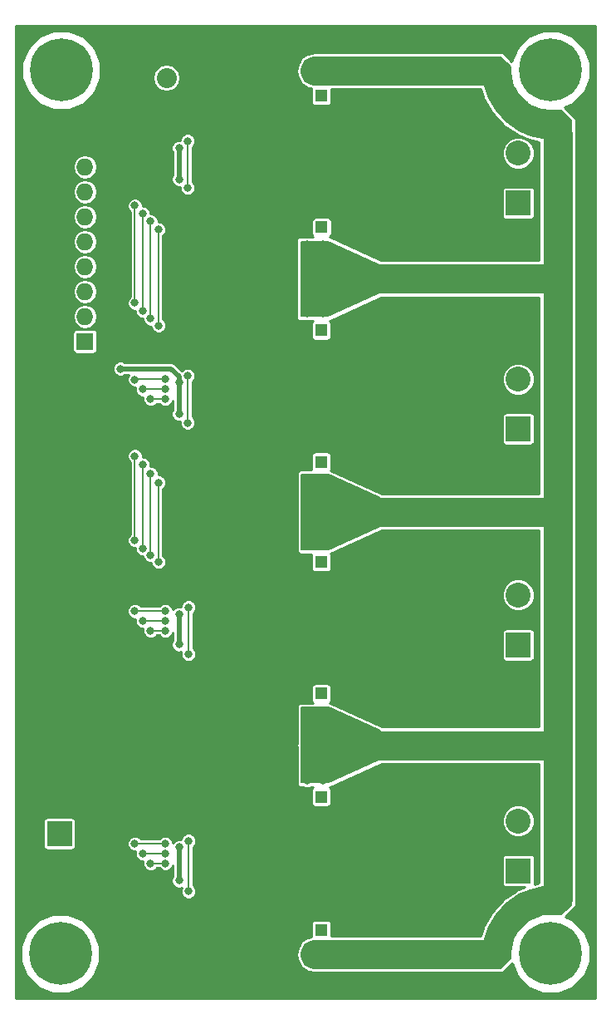
<source format=gbr>
G04 #@! TF.FileFunction,Copper,L2,Bot,Signal*
%FSLAX46Y46*%
G04 Gerber Fmt 4.6, Leading zero omitted, Abs format (unit mm)*
G04 Created by KiCad (PCBNEW 4.0.2-stable) date 06.12.2016 23:46:42*
%MOMM*%
G01*
G04 APERTURE LIST*
%ADD10C,0.100000*%
%ADD11C,0.800000*%
%ADD12C,6.400000*%
%ADD13C,0.600000*%
%ADD14C,1.300000*%
%ADD15R,1.300000X1.300000*%
%ADD16R,2.540000X2.540000*%
%ADD17C,2.540000*%
%ADD18R,1.727200X1.727200*%
%ADD19O,1.727200X1.727200*%
%ADD20R,2.032000X2.032000*%
%ADD21O,2.032000X2.032000*%
%ADD22C,0.500000*%
%ADD23C,3.000000*%
%ADD24C,0.200000*%
%ADD25C,0.254000*%
G04 APERTURE END LIST*
D10*
D11*
X119100000Y-64300000D03*
X119100000Y-88200000D03*
X119050000Y-111800000D03*
X119100000Y-135800000D03*
X104600000Y-142200000D03*
X104200000Y-94600000D03*
D12*
X140000000Y-145000000D03*
D13*
X142400000Y-145000000D03*
X141697056Y-146697056D03*
X140000000Y-147400000D03*
X138302944Y-146697056D03*
X137600000Y-145000000D03*
X138302944Y-143302944D03*
X140000000Y-142600000D03*
X141697056Y-143302944D03*
D12*
X90000000Y-145000000D03*
D13*
X92400000Y-145000000D03*
X91697056Y-146697056D03*
X90000000Y-147400000D03*
X88302944Y-146697056D03*
X87600000Y-145000000D03*
X88302944Y-143302944D03*
X90000000Y-142600000D03*
X91697056Y-143302944D03*
D12*
X140000000Y-55000000D03*
D13*
X142400000Y-55000000D03*
X141697056Y-56697056D03*
X140000000Y-57400000D03*
X138302944Y-56697056D03*
X137600000Y-55000000D03*
X138302944Y-53302944D03*
X140000000Y-52600000D03*
X141697056Y-53302944D03*
D11*
X97800000Y-58600000D03*
X104400000Y-105200000D03*
X107500000Y-103200000D03*
X107500000Y-100000000D03*
X107500000Y-96950000D03*
X98000000Y-65000000D03*
X100000000Y-63000000D03*
X96500000Y-67500000D03*
X96500000Y-71000000D03*
X96500000Y-80000000D03*
X96500000Y-83000000D03*
X104000000Y-117000000D03*
X104000000Y-120000000D03*
X104000000Y-123000000D03*
X104000000Y-129000000D03*
X104000000Y-126000000D03*
X104000000Y-80000000D03*
X104000000Y-77000000D03*
X104000000Y-71000000D03*
X101000000Y-67500000D03*
X101000000Y-71000000D03*
X101000000Y-74000000D03*
X105550000Y-137800000D03*
X99000000Y-137500000D03*
X97000000Y-135000000D03*
X96500000Y-104500000D03*
X96500000Y-108000000D03*
X96500000Y-111000000D03*
X105600000Y-113850000D03*
X110300000Y-96950000D03*
X105600000Y-90200000D03*
X105600000Y-66300000D03*
X96500000Y-132000000D03*
X96500000Y-114000000D03*
X96500000Y-123000000D03*
X96500000Y-126000000D03*
X96500000Y-129000000D03*
X96500000Y-120000000D03*
X96500000Y-117000000D03*
X101000000Y-77000000D03*
X101000000Y-80000000D03*
X101000000Y-83000000D03*
X101000000Y-90000000D03*
X101000000Y-93000000D03*
X101000000Y-96000000D03*
X101000000Y-104500000D03*
X101000000Y-108000000D03*
X101000000Y-132000000D03*
X101000000Y-129000000D03*
X101000000Y-126000000D03*
X101000000Y-123000000D03*
X101000000Y-120000000D03*
X101000000Y-117000000D03*
X101000000Y-114000000D03*
X109800000Y-142200000D03*
X109800000Y-118200000D03*
X109800000Y-94600000D03*
X109800000Y-70700000D03*
X116750000Y-100800000D03*
X115150000Y-99200000D03*
X115150000Y-100800000D03*
X116750000Y-99200000D03*
X115950000Y-100000000D03*
X113500000Y-134800000D03*
X111500000Y-135800000D03*
X111500000Y-134800000D03*
X112500000Y-134800000D03*
X115150000Y-127350000D03*
X116750000Y-127350000D03*
X116750000Y-125750000D03*
X115150000Y-125750000D03*
X115950000Y-126550000D03*
X113400000Y-129300000D03*
X113500000Y-136800000D03*
X112500000Y-135800000D03*
X113500000Y-135800000D03*
X111500000Y-136800000D03*
X112500000Y-136800000D03*
X116800000Y-135300000D03*
X129150000Y-135800000D03*
X132850000Y-135800000D03*
X116800000Y-136250000D03*
X113400000Y-142200000D03*
X116750000Y-145850000D03*
X115150000Y-144250000D03*
X115150000Y-145850000D03*
X115950000Y-145050000D03*
X116750000Y-144250000D03*
X132850000Y-111800000D03*
X129150000Y-111800000D03*
X116800000Y-112250000D03*
X116800000Y-111300000D03*
X113400000Y-118200000D03*
X112500000Y-112800000D03*
X112500000Y-111800000D03*
X111500000Y-112800000D03*
X111500000Y-111800000D03*
X113500000Y-111800000D03*
X112500000Y-110800000D03*
X111500000Y-110800000D03*
X113500000Y-112800000D03*
X115950000Y-102550000D03*
X116750000Y-103350000D03*
X115150000Y-101750000D03*
X116750000Y-101750000D03*
X115950000Y-121050000D03*
X116750000Y-121850000D03*
X115150000Y-121850000D03*
X115150000Y-120250000D03*
X116750000Y-120250000D03*
X113400000Y-105300000D03*
X113500000Y-110800000D03*
X115150000Y-103350000D03*
X113400000Y-94600000D03*
X113400000Y-81700000D03*
X113400000Y-57900000D03*
X113400000Y-70700000D03*
X132850000Y-88200000D03*
X115950000Y-78950000D03*
X116750000Y-78150000D03*
X115150000Y-78150000D03*
X129150000Y-88200000D03*
X116750000Y-79750000D03*
X116800000Y-87700000D03*
X116800000Y-88650000D03*
X115150000Y-79750000D03*
X112500000Y-87200000D03*
X113500000Y-87200000D03*
X112500000Y-89200000D03*
X113500000Y-89200000D03*
X111500000Y-89200000D03*
X115950000Y-97450000D03*
X116750000Y-96650000D03*
X115150000Y-98250000D03*
X115150000Y-96650000D03*
X116750000Y-98250000D03*
X111500000Y-87200000D03*
X111500000Y-88200000D03*
X112500000Y-88200000D03*
X113500000Y-88200000D03*
X115950000Y-73550000D03*
X115150000Y-72750000D03*
X116750000Y-74350000D03*
X115150000Y-74350000D03*
X116750000Y-72750000D03*
D12*
X90100000Y-55000000D03*
D13*
X92500000Y-55000000D03*
X91797056Y-56697056D03*
X90100000Y-57400000D03*
X88402944Y-56697056D03*
X87700000Y-55000000D03*
X88402944Y-53302944D03*
X90100000Y-52600000D03*
X91797056Y-53302944D03*
D11*
X129150000Y-64300000D03*
X132850000Y-64300000D03*
X115950000Y-55050000D03*
X116750000Y-55850000D03*
X115150000Y-55850000D03*
X116750000Y-54250000D03*
X115150000Y-54250000D03*
X89600000Y-94825000D03*
X93450000Y-93575000D03*
X94700000Y-93575000D03*
X95950000Y-93575000D03*
D14*
X120150000Y-71000000D03*
D15*
X116650000Y-71000000D03*
D11*
X116800000Y-64750000D03*
X116800000Y-63800000D03*
X113500000Y-64300000D03*
X113500000Y-63300000D03*
X113500000Y-65300000D03*
X112500000Y-64300000D03*
X112500000Y-63300000D03*
X112500000Y-65300000D03*
X111500000Y-65300000D03*
X111500000Y-64300000D03*
D14*
X120100000Y-57600000D03*
D15*
X116600000Y-57600000D03*
D16*
X89900000Y-132760000D03*
D17*
X89900000Y-137840000D03*
D18*
X92500000Y-82620000D03*
D19*
X89960000Y-82620000D03*
X92500000Y-80080000D03*
X89960000Y-80080000D03*
X92500000Y-77540000D03*
X89960000Y-77540000D03*
X92500000Y-75000000D03*
X89960000Y-75000000D03*
X92500000Y-72460000D03*
X89960000Y-72460000D03*
X92500000Y-69920000D03*
X89960000Y-69920000D03*
X92500000Y-67380000D03*
X89960000Y-67380000D03*
X92500000Y-64840000D03*
X89960000Y-64840000D03*
D16*
X136700000Y-68540000D03*
D17*
X136700000Y-63460000D03*
D11*
X111500000Y-63300000D03*
D14*
X120100000Y-81500000D03*
D15*
X116600000Y-81500000D03*
D14*
X120100000Y-94900000D03*
D15*
X116600000Y-94900000D03*
D16*
X136700000Y-91540000D03*
D17*
X136700000Y-86460000D03*
D14*
X120100000Y-105100000D03*
D15*
X116600000Y-105100000D03*
D14*
X120100000Y-118500000D03*
D15*
X116600000Y-118500000D03*
D16*
X136700000Y-113540000D03*
D17*
X136700000Y-108460000D03*
D14*
X120100000Y-129000000D03*
D15*
X116600000Y-129000000D03*
D14*
X120100000Y-142600000D03*
D15*
X116600000Y-142600000D03*
D16*
X136700000Y-136540000D03*
D17*
X136700000Y-131460000D03*
D20*
X98300000Y-55775000D03*
D21*
X100840000Y-55775000D03*
D11*
X102100000Y-137550000D03*
X102100000Y-134150000D03*
X102100000Y-110400000D03*
X96100000Y-85400000D03*
X102100000Y-86800000D03*
X102100000Y-62900000D03*
X102100000Y-66100000D03*
X102100000Y-113500010D03*
X102100000Y-90000000D03*
X100000000Y-105100000D03*
X100000000Y-97000000D03*
X100000000Y-81000000D03*
X100000000Y-71200000D03*
X97600000Y-133800000D03*
X100700010Y-133780220D03*
X97600000Y-110100000D03*
X100700010Y-110083055D03*
X97600000Y-102900000D03*
X97600000Y-94300000D03*
X97600000Y-86500000D03*
X100700010Y-86479686D03*
X97600000Y-78700000D03*
X97600000Y-68800000D03*
X99200000Y-135800000D03*
X100719987Y-135780023D03*
X99200000Y-112100000D03*
X100700010Y-112083057D03*
X99200000Y-104400000D03*
X99200000Y-96100000D03*
X99200000Y-88500000D03*
X100700010Y-88479688D03*
X99200000Y-80300000D03*
X99200000Y-70400000D03*
X98400000Y-134800000D03*
X100700010Y-134780221D03*
X98400000Y-111100000D03*
X100700010Y-111083056D03*
X98400000Y-103700000D03*
X98400000Y-95200000D03*
X98400000Y-87500000D03*
X100700010Y-87479687D03*
X98400000Y-79500000D03*
X98400000Y-69600000D03*
X103050000Y-138650000D03*
X103050000Y-133500000D03*
X103050000Y-114500000D03*
X103050000Y-109699990D03*
X103000000Y-90900000D03*
X103000000Y-86099990D03*
X103000000Y-67000000D03*
X103000000Y-62200000D03*
D22*
X102100000Y-134150000D02*
X102100000Y-137550000D01*
X102100000Y-90000000D02*
X102100000Y-86800000D01*
X102100000Y-113500010D02*
X102100000Y-110400000D01*
X97600000Y-85400000D02*
X96100000Y-85400000D01*
X101265685Y-85400000D02*
X97600000Y-85400000D01*
X102100000Y-86800000D02*
X102100000Y-86234315D01*
X102100000Y-86234315D02*
X101265685Y-85400000D01*
X102100000Y-63399990D02*
X102100000Y-62900000D01*
X102100000Y-66100000D02*
X102100000Y-63399990D01*
D23*
X116190000Y-99990000D02*
X140690000Y-99990000D01*
X140690000Y-99990000D02*
X140700000Y-100000000D01*
X140700000Y-132950000D02*
X140700000Y-139400000D01*
X140700000Y-123750000D02*
X140700000Y-132950000D01*
X140700000Y-63064398D02*
X140700000Y-76300000D01*
X140700000Y-61600000D02*
X140700000Y-63064398D01*
X140700000Y-123750000D02*
X140700000Y-100000000D01*
X115950000Y-123750000D02*
X140700000Y-123750000D01*
X115950000Y-76250000D02*
X140650000Y-76250000D01*
X140650000Y-76250000D02*
X140700000Y-76300000D01*
X140700000Y-76300000D02*
X140700000Y-100000000D01*
X130450000Y-145050000D02*
X134300000Y-145050000D01*
X115950000Y-55050000D02*
X134150000Y-55050000D01*
X115950000Y-145050000D02*
X130450000Y-145050000D01*
D24*
X100000000Y-97000000D02*
X100000000Y-105100000D01*
X100000000Y-71200000D02*
X100000000Y-81000000D01*
X100700010Y-133780220D02*
X97619780Y-133780220D01*
X97619780Y-133780220D02*
X97600000Y-133800000D01*
X100700010Y-110083055D02*
X97616945Y-110083055D01*
X97616945Y-110083055D02*
X97600000Y-110100000D01*
X97600000Y-94300000D02*
X97600000Y-102900000D01*
X100700010Y-86479686D02*
X97620314Y-86479686D01*
X97620314Y-86479686D02*
X97600000Y-86500000D01*
X97600000Y-68800000D02*
X97600000Y-78700000D01*
X100719987Y-135780023D02*
X99219977Y-135780023D01*
X99219977Y-135780023D02*
X99200000Y-135800000D01*
X100700010Y-112083057D02*
X99216943Y-112083057D01*
X99216943Y-112083057D02*
X99200000Y-112100000D01*
X99200000Y-104400000D02*
X99200000Y-96100000D01*
X100700010Y-88479688D02*
X99220312Y-88479688D01*
X99220312Y-88479688D02*
X99200000Y-88500000D01*
X99200000Y-70400000D02*
X99200000Y-80300000D01*
X100700010Y-134780221D02*
X98419779Y-134780221D01*
X98419779Y-134780221D02*
X98400000Y-134800000D01*
X100700010Y-111083056D02*
X98416944Y-111083056D01*
X98416944Y-111083056D02*
X98400000Y-111100000D01*
X98400000Y-95200000D02*
X98400000Y-103700000D01*
X100700010Y-87479687D02*
X98420313Y-87479687D01*
X98420313Y-87479687D02*
X98400000Y-87500000D01*
X98400000Y-69600000D02*
X98400000Y-79500000D01*
X103050000Y-114500000D02*
X103050000Y-113934315D01*
X103050000Y-113934315D02*
X103050000Y-109699990D01*
X103050000Y-133500000D02*
X103050000Y-138650000D01*
X103000000Y-86099990D02*
X103000000Y-90900000D01*
X103000000Y-62200000D02*
X103000000Y-67000000D01*
D25*
G36*
X144544000Y-149544000D02*
X85456000Y-149544000D01*
X85456000Y-145797506D01*
X85972302Y-145797506D01*
X86584085Y-147278132D01*
X87715909Y-148411934D01*
X89195466Y-149026300D01*
X90797506Y-149027698D01*
X92278132Y-148415915D01*
X93411934Y-147284091D01*
X94026300Y-145804534D01*
X94027698Y-144202494D01*
X93415915Y-142721868D01*
X92284091Y-141588066D01*
X90804534Y-140973700D01*
X89202494Y-140972302D01*
X87721868Y-141584085D01*
X86588066Y-142715909D01*
X85973700Y-144195466D01*
X85972302Y-145797506D01*
X85456000Y-145797506D01*
X85456000Y-131490000D01*
X88241536Y-131490000D01*
X88241536Y-134030000D01*
X88268103Y-134171190D01*
X88351546Y-134300865D01*
X88478866Y-134387859D01*
X88630000Y-134418464D01*
X91170000Y-134418464D01*
X91311190Y-134391897D01*
X91440865Y-134308454D01*
X91527859Y-134181134D01*
X91558464Y-134030000D01*
X91558464Y-133954669D01*
X96818864Y-133954669D01*
X96937514Y-134241823D01*
X97157021Y-134461714D01*
X97443968Y-134580864D01*
X97645266Y-134581040D01*
X97619136Y-134643968D01*
X97618864Y-134954669D01*
X97737514Y-135241823D01*
X97957021Y-135461714D01*
X98243968Y-135580864D01*
X98445266Y-135581040D01*
X98419136Y-135643968D01*
X98418864Y-135954669D01*
X98537514Y-136241823D01*
X98757021Y-136461714D01*
X99043968Y-136580864D01*
X99354669Y-136581136D01*
X99641823Y-136462486D01*
X99843638Y-136261023D01*
X100096610Y-136261023D01*
X100277008Y-136441737D01*
X100563955Y-136560887D01*
X100874656Y-136561159D01*
X101161810Y-136442509D01*
X101381701Y-136223002D01*
X101469000Y-136012761D01*
X101469000Y-137076361D01*
X101438286Y-137107021D01*
X101319136Y-137393968D01*
X101318864Y-137704669D01*
X101437514Y-137991823D01*
X101657021Y-138211714D01*
X101943968Y-138330864D01*
X102254669Y-138331136D01*
X102353749Y-138290197D01*
X102269136Y-138493968D01*
X102268864Y-138804669D01*
X102387514Y-139091823D01*
X102607021Y-139311714D01*
X102893968Y-139430864D01*
X103204669Y-139431136D01*
X103491823Y-139312486D01*
X103711714Y-139092979D01*
X103830864Y-138806032D01*
X103831136Y-138495331D01*
X103712486Y-138208177D01*
X103531000Y-138026374D01*
X103531000Y-134123377D01*
X103711714Y-133942979D01*
X103830864Y-133656032D01*
X103831136Y-133345331D01*
X103712486Y-133058177D01*
X103492979Y-132838286D01*
X103206032Y-132719136D01*
X102895331Y-132718864D01*
X102608177Y-132837514D01*
X102388286Y-133057021D01*
X102269136Y-133343968D01*
X102269109Y-133374566D01*
X102256032Y-133369136D01*
X101945331Y-133368864D01*
X101658177Y-133487514D01*
X101481112Y-133664270D01*
X101481146Y-133625551D01*
X101362496Y-133338397D01*
X101142989Y-133118506D01*
X100856042Y-132999356D01*
X100545341Y-132999084D01*
X100258187Y-133117734D01*
X100076384Y-133299220D01*
X98203632Y-133299220D01*
X98042979Y-133138286D01*
X97756032Y-133019136D01*
X97445331Y-133018864D01*
X97158177Y-133137514D01*
X96938286Y-133357021D01*
X96819136Y-133643968D01*
X96818864Y-133954669D01*
X91558464Y-133954669D01*
X91558464Y-131786963D01*
X135048714Y-131786963D01*
X135299534Y-132393995D01*
X135763563Y-132858834D01*
X136370155Y-133110713D01*
X137026963Y-133111286D01*
X137633995Y-132860466D01*
X138098834Y-132396437D01*
X138350713Y-131789845D01*
X138351286Y-131133037D01*
X138100466Y-130526005D01*
X137636437Y-130061166D01*
X137029845Y-129809287D01*
X136373037Y-129808714D01*
X135766005Y-130059534D01*
X135301166Y-130523563D01*
X135049287Y-131130155D01*
X135048714Y-131786963D01*
X91558464Y-131786963D01*
X91558464Y-131490000D01*
X91531897Y-131348810D01*
X91448454Y-131219135D01*
X91321134Y-131132141D01*
X91170000Y-131101536D01*
X88630000Y-131101536D01*
X88488810Y-131128103D01*
X88359135Y-131211546D01*
X88272141Y-131338866D01*
X88241536Y-131490000D01*
X85456000Y-131490000D01*
X85456000Y-110254669D01*
X96818864Y-110254669D01*
X96937514Y-110541823D01*
X97157021Y-110761714D01*
X97443968Y-110880864D01*
X97645266Y-110881040D01*
X97619136Y-110943968D01*
X97618864Y-111254669D01*
X97737514Y-111541823D01*
X97957021Y-111761714D01*
X98243968Y-111880864D01*
X98445266Y-111881040D01*
X98419136Y-111943968D01*
X98418864Y-112254669D01*
X98537514Y-112541823D01*
X98757021Y-112761714D01*
X99043968Y-112880864D01*
X99354669Y-112881136D01*
X99641823Y-112762486D01*
X99840599Y-112564057D01*
X100076633Y-112564057D01*
X100257031Y-112744771D01*
X100543978Y-112863921D01*
X100854679Y-112864193D01*
X101141833Y-112745543D01*
X101361724Y-112526036D01*
X101469000Y-112267685D01*
X101469000Y-113026371D01*
X101438286Y-113057031D01*
X101319136Y-113343978D01*
X101318864Y-113654679D01*
X101437514Y-113941833D01*
X101657021Y-114161724D01*
X101943968Y-114280874D01*
X102254669Y-114281146D01*
X102303620Y-114260920D01*
X102269136Y-114343968D01*
X102268864Y-114654669D01*
X102387514Y-114941823D01*
X102607021Y-115161714D01*
X102893968Y-115280864D01*
X103204669Y-115281136D01*
X103491823Y-115162486D01*
X103711714Y-114942979D01*
X103830864Y-114656032D01*
X103831136Y-114345331D01*
X103712486Y-114058177D01*
X103531000Y-113876374D01*
X103531000Y-112270000D01*
X135041536Y-112270000D01*
X135041536Y-114810000D01*
X135068103Y-114951190D01*
X135151546Y-115080865D01*
X135278866Y-115167859D01*
X135430000Y-115198464D01*
X137970000Y-115198464D01*
X138111190Y-115171897D01*
X138240865Y-115088454D01*
X138327859Y-114961134D01*
X138358464Y-114810000D01*
X138358464Y-112270000D01*
X138331897Y-112128810D01*
X138248454Y-111999135D01*
X138121134Y-111912141D01*
X137970000Y-111881536D01*
X135430000Y-111881536D01*
X135288810Y-111908103D01*
X135159135Y-111991546D01*
X135072141Y-112118866D01*
X135041536Y-112270000D01*
X103531000Y-112270000D01*
X103531000Y-110323367D01*
X103711714Y-110142969D01*
X103830864Y-109856022D01*
X103831136Y-109545321D01*
X103712486Y-109258167D01*
X103492979Y-109038276D01*
X103206032Y-108919126D01*
X102895331Y-108918854D01*
X102608177Y-109037504D01*
X102388286Y-109257011D01*
X102269136Y-109543958D01*
X102269065Y-109624548D01*
X102256032Y-109619136D01*
X101945331Y-109618864D01*
X101658177Y-109737514D01*
X101477007Y-109918368D01*
X101362496Y-109641232D01*
X101142989Y-109421341D01*
X100856042Y-109302191D01*
X100545341Y-109301919D01*
X100258187Y-109420569D01*
X100076384Y-109602055D01*
X98206462Y-109602055D01*
X98042979Y-109438286D01*
X97756032Y-109319136D01*
X97445331Y-109318864D01*
X97158177Y-109437514D01*
X96938286Y-109657021D01*
X96819136Y-109943968D01*
X96818864Y-110254669D01*
X85456000Y-110254669D01*
X85456000Y-108786963D01*
X135048714Y-108786963D01*
X135299534Y-109393995D01*
X135763563Y-109858834D01*
X136370155Y-110110713D01*
X137026963Y-110111286D01*
X137633995Y-109860466D01*
X138098834Y-109396437D01*
X138350713Y-108789845D01*
X138351286Y-108133037D01*
X138100466Y-107526005D01*
X137636437Y-107061166D01*
X137029845Y-106809287D01*
X136373037Y-106808714D01*
X135766005Y-107059534D01*
X135301166Y-107523563D01*
X135049287Y-108130155D01*
X135048714Y-108786963D01*
X85456000Y-108786963D01*
X85456000Y-94454669D01*
X96818864Y-94454669D01*
X96937514Y-94741823D01*
X97119000Y-94923626D01*
X97119000Y-102276623D01*
X96938286Y-102457021D01*
X96819136Y-102743968D01*
X96818864Y-103054669D01*
X96937514Y-103341823D01*
X97157021Y-103561714D01*
X97443968Y-103680864D01*
X97619016Y-103681017D01*
X97618864Y-103854669D01*
X97737514Y-104141823D01*
X97957021Y-104361714D01*
X98243968Y-104480864D01*
X98418928Y-104481017D01*
X98418864Y-104554669D01*
X98537514Y-104841823D01*
X98757021Y-105061714D01*
X99043968Y-105180864D01*
X99218928Y-105181017D01*
X99218864Y-105254669D01*
X99337514Y-105541823D01*
X99557021Y-105761714D01*
X99843968Y-105880864D01*
X100154669Y-105881136D01*
X100441823Y-105762486D01*
X100661714Y-105542979D01*
X100780864Y-105256032D01*
X100781136Y-104945331D01*
X100662486Y-104658177D01*
X100481000Y-104476374D01*
X100481000Y-97623377D01*
X100661714Y-97442979D01*
X100780864Y-97156032D01*
X100781136Y-96845331D01*
X100662486Y-96558177D01*
X100442979Y-96338286D01*
X100156032Y-96219136D01*
X99980896Y-96218983D01*
X99981136Y-95945331D01*
X99862486Y-95658177D01*
X99642979Y-95438286D01*
X99356032Y-95319136D01*
X99180896Y-95318983D01*
X99181136Y-95045331D01*
X99062486Y-94758177D01*
X98842979Y-94538286D01*
X98556032Y-94419136D01*
X98380896Y-94418983D01*
X98381136Y-94145331D01*
X98262486Y-93858177D01*
X98042979Y-93638286D01*
X97756032Y-93519136D01*
X97445331Y-93518864D01*
X97158177Y-93637514D01*
X96938286Y-93857021D01*
X96819136Y-94143968D01*
X96818864Y-94454669D01*
X85456000Y-94454669D01*
X85456000Y-85554669D01*
X95318864Y-85554669D01*
X95437514Y-85841823D01*
X95657021Y-86061714D01*
X95943968Y-86180864D01*
X96254669Y-86181136D01*
X96541823Y-86062486D01*
X96573364Y-86031000D01*
X96964353Y-86031000D01*
X96938286Y-86057021D01*
X96819136Y-86343968D01*
X96818864Y-86654669D01*
X96937514Y-86941823D01*
X97157021Y-87161714D01*
X97443968Y-87280864D01*
X97645266Y-87281040D01*
X97619136Y-87343968D01*
X97618864Y-87654669D01*
X97737514Y-87941823D01*
X97957021Y-88161714D01*
X98243968Y-88280864D01*
X98445266Y-88281040D01*
X98419136Y-88343968D01*
X98418864Y-88654669D01*
X98537514Y-88941823D01*
X98757021Y-89161714D01*
X99043968Y-89280864D01*
X99354669Y-89281136D01*
X99641823Y-89162486D01*
X99843974Y-88960688D01*
X100076633Y-88960688D01*
X100257031Y-89141402D01*
X100543978Y-89260552D01*
X100854679Y-89260824D01*
X101141833Y-89142174D01*
X101361724Y-88922667D01*
X101469000Y-88664316D01*
X101469000Y-89526361D01*
X101438286Y-89557021D01*
X101319136Y-89843968D01*
X101318864Y-90154669D01*
X101437514Y-90441823D01*
X101657021Y-90661714D01*
X101943968Y-90780864D01*
X102219103Y-90781105D01*
X102218864Y-91054669D01*
X102337514Y-91341823D01*
X102557021Y-91561714D01*
X102843968Y-91680864D01*
X103154669Y-91681136D01*
X103441823Y-91562486D01*
X103661714Y-91342979D01*
X103780864Y-91056032D01*
X103781136Y-90745331D01*
X103662486Y-90458177D01*
X103481000Y-90276374D01*
X103481000Y-90270000D01*
X135041536Y-90270000D01*
X135041536Y-92810000D01*
X135068103Y-92951190D01*
X135151546Y-93080865D01*
X135278866Y-93167859D01*
X135430000Y-93198464D01*
X137970000Y-93198464D01*
X138111190Y-93171897D01*
X138240865Y-93088454D01*
X138327859Y-92961134D01*
X138358464Y-92810000D01*
X138358464Y-90270000D01*
X138331897Y-90128810D01*
X138248454Y-89999135D01*
X138121134Y-89912141D01*
X137970000Y-89881536D01*
X135430000Y-89881536D01*
X135288810Y-89908103D01*
X135159135Y-89991546D01*
X135072141Y-90118866D01*
X135041536Y-90270000D01*
X103481000Y-90270000D01*
X103481000Y-86786963D01*
X135048714Y-86786963D01*
X135299534Y-87393995D01*
X135763563Y-87858834D01*
X136370155Y-88110713D01*
X137026963Y-88111286D01*
X137633995Y-87860466D01*
X138098834Y-87396437D01*
X138350713Y-86789845D01*
X138351286Y-86133037D01*
X138100466Y-85526005D01*
X137636437Y-85061166D01*
X137029845Y-84809287D01*
X136373037Y-84808714D01*
X135766005Y-85059534D01*
X135301166Y-85523563D01*
X135049287Y-86130155D01*
X135048714Y-86786963D01*
X103481000Y-86786963D01*
X103481000Y-86723367D01*
X103661714Y-86542969D01*
X103780864Y-86256022D01*
X103781136Y-85945321D01*
X103662486Y-85658167D01*
X103442979Y-85438276D01*
X103156032Y-85319126D01*
X102845331Y-85318854D01*
X102558177Y-85437504D01*
X102376709Y-85618655D01*
X101711869Y-84953816D01*
X101507158Y-84817032D01*
X101265685Y-84769000D01*
X96573639Y-84769000D01*
X96542979Y-84738286D01*
X96256032Y-84619136D01*
X95945331Y-84618864D01*
X95658177Y-84737514D01*
X95438286Y-84957021D01*
X95319136Y-85243968D01*
X95318864Y-85554669D01*
X85456000Y-85554669D01*
X85456000Y-81756400D01*
X91247936Y-81756400D01*
X91247936Y-83483600D01*
X91274503Y-83624790D01*
X91357946Y-83754465D01*
X91485266Y-83841459D01*
X91636400Y-83872064D01*
X93363600Y-83872064D01*
X93504790Y-83845497D01*
X93634465Y-83762054D01*
X93721459Y-83634734D01*
X93752064Y-83483600D01*
X93752064Y-81756400D01*
X93725497Y-81615210D01*
X93642054Y-81485535D01*
X93514734Y-81398541D01*
X93363600Y-81367936D01*
X91636400Y-81367936D01*
X91495210Y-81394503D01*
X91365535Y-81477946D01*
X91278541Y-81605266D01*
X91247936Y-81756400D01*
X85456000Y-81756400D01*
X85456000Y-80055617D01*
X91255400Y-80055617D01*
X91255400Y-80104383D01*
X91350140Y-80580671D01*
X91619935Y-80984448D01*
X92023712Y-81254243D01*
X92500000Y-81348983D01*
X92976288Y-81254243D01*
X93380065Y-80984448D01*
X93649860Y-80580671D01*
X93744600Y-80104383D01*
X93744600Y-80055617D01*
X93649860Y-79579329D01*
X93380065Y-79175552D01*
X92976288Y-78905757D01*
X92500000Y-78811017D01*
X92023712Y-78905757D01*
X91619935Y-79175552D01*
X91350140Y-79579329D01*
X91255400Y-80055617D01*
X85456000Y-80055617D01*
X85456000Y-77515617D01*
X91255400Y-77515617D01*
X91255400Y-77564383D01*
X91350140Y-78040671D01*
X91619935Y-78444448D01*
X92023712Y-78714243D01*
X92500000Y-78808983D01*
X92976288Y-78714243D01*
X93380065Y-78444448D01*
X93649860Y-78040671D01*
X93744600Y-77564383D01*
X93744600Y-77515617D01*
X93649860Y-77039329D01*
X93380065Y-76635552D01*
X92976288Y-76365757D01*
X92500000Y-76271017D01*
X92023712Y-76365757D01*
X91619935Y-76635552D01*
X91350140Y-77039329D01*
X91255400Y-77515617D01*
X85456000Y-77515617D01*
X85456000Y-74975617D01*
X91255400Y-74975617D01*
X91255400Y-75024383D01*
X91350140Y-75500671D01*
X91619935Y-75904448D01*
X92023712Y-76174243D01*
X92500000Y-76268983D01*
X92976288Y-76174243D01*
X93380065Y-75904448D01*
X93649860Y-75500671D01*
X93744600Y-75024383D01*
X93744600Y-74975617D01*
X93649860Y-74499329D01*
X93380065Y-74095552D01*
X92976288Y-73825757D01*
X92500000Y-73731017D01*
X92023712Y-73825757D01*
X91619935Y-74095552D01*
X91350140Y-74499329D01*
X91255400Y-74975617D01*
X85456000Y-74975617D01*
X85456000Y-72435617D01*
X91255400Y-72435617D01*
X91255400Y-72484383D01*
X91350140Y-72960671D01*
X91619935Y-73364448D01*
X92023712Y-73634243D01*
X92500000Y-73728983D01*
X92976288Y-73634243D01*
X93380065Y-73364448D01*
X93649860Y-72960671D01*
X93744600Y-72484383D01*
X93744600Y-72435617D01*
X93649860Y-71959329D01*
X93380065Y-71555552D01*
X92976288Y-71285757D01*
X92500000Y-71191017D01*
X92023712Y-71285757D01*
X91619935Y-71555552D01*
X91350140Y-71959329D01*
X91255400Y-72435617D01*
X85456000Y-72435617D01*
X85456000Y-69895617D01*
X91255400Y-69895617D01*
X91255400Y-69944383D01*
X91350140Y-70420671D01*
X91619935Y-70824448D01*
X92023712Y-71094243D01*
X92500000Y-71188983D01*
X92976288Y-71094243D01*
X93380065Y-70824448D01*
X93649860Y-70420671D01*
X93744600Y-69944383D01*
X93744600Y-69895617D01*
X93649860Y-69419329D01*
X93380065Y-69015552D01*
X93288948Y-68954669D01*
X96818864Y-68954669D01*
X96937514Y-69241823D01*
X97119000Y-69423626D01*
X97119000Y-78076623D01*
X96938286Y-78257021D01*
X96819136Y-78543968D01*
X96818864Y-78854669D01*
X96937514Y-79141823D01*
X97157021Y-79361714D01*
X97443968Y-79480864D01*
X97619016Y-79481017D01*
X97618864Y-79654669D01*
X97737514Y-79941823D01*
X97957021Y-80161714D01*
X98243968Y-80280864D01*
X98419016Y-80281017D01*
X98418864Y-80454669D01*
X98537514Y-80741823D01*
X98757021Y-80961714D01*
X99043968Y-81080864D01*
X99218928Y-81081017D01*
X99218864Y-81154669D01*
X99337514Y-81441823D01*
X99557021Y-81661714D01*
X99843968Y-81780864D01*
X100154669Y-81781136D01*
X100441823Y-81662486D01*
X100661714Y-81442979D01*
X100780864Y-81156032D01*
X100781136Y-80845331D01*
X100662486Y-80558177D01*
X100481000Y-80376374D01*
X100481000Y-71823377D01*
X100661714Y-71642979D01*
X100780864Y-71356032D01*
X100781136Y-71045331D01*
X100662486Y-70758177D01*
X100442979Y-70538286D01*
X100156032Y-70419136D01*
X99980984Y-70418983D01*
X99981136Y-70245331D01*
X99862486Y-69958177D01*
X99642979Y-69738286D01*
X99356032Y-69619136D01*
X99180984Y-69618983D01*
X99181136Y-69445331D01*
X99062486Y-69158177D01*
X98842979Y-68938286D01*
X98556032Y-68819136D01*
X98380984Y-68818983D01*
X98381136Y-68645331D01*
X98262486Y-68358177D01*
X98042979Y-68138286D01*
X97756032Y-68019136D01*
X97445331Y-68018864D01*
X97158177Y-68137514D01*
X96938286Y-68357021D01*
X96819136Y-68643968D01*
X96818864Y-68954669D01*
X93288948Y-68954669D01*
X92976288Y-68745757D01*
X92500000Y-68651017D01*
X92023712Y-68745757D01*
X91619935Y-69015552D01*
X91350140Y-69419329D01*
X91255400Y-69895617D01*
X85456000Y-69895617D01*
X85456000Y-67355617D01*
X91255400Y-67355617D01*
X91255400Y-67404383D01*
X91350140Y-67880671D01*
X91619935Y-68284448D01*
X92023712Y-68554243D01*
X92500000Y-68648983D01*
X92976288Y-68554243D01*
X93380065Y-68284448D01*
X93649860Y-67880671D01*
X93744600Y-67404383D01*
X93744600Y-67355617D01*
X93649860Y-66879329D01*
X93380065Y-66475552D01*
X92976288Y-66205757D01*
X92500000Y-66111017D01*
X92023712Y-66205757D01*
X91619935Y-66475552D01*
X91350140Y-66879329D01*
X91255400Y-67355617D01*
X85456000Y-67355617D01*
X85456000Y-64815617D01*
X91255400Y-64815617D01*
X91255400Y-64864383D01*
X91350140Y-65340671D01*
X91619935Y-65744448D01*
X92023712Y-66014243D01*
X92500000Y-66108983D01*
X92976288Y-66014243D01*
X93380065Y-65744448D01*
X93649860Y-65340671D01*
X93744600Y-64864383D01*
X93744600Y-64815617D01*
X93649860Y-64339329D01*
X93380065Y-63935552D01*
X92976288Y-63665757D01*
X92500000Y-63571017D01*
X92023712Y-63665757D01*
X91619935Y-63935552D01*
X91350140Y-64339329D01*
X91255400Y-64815617D01*
X85456000Y-64815617D01*
X85456000Y-63054669D01*
X101318864Y-63054669D01*
X101437514Y-63341823D01*
X101469000Y-63373364D01*
X101469000Y-65626361D01*
X101438286Y-65657021D01*
X101319136Y-65943968D01*
X101318864Y-66254669D01*
X101437514Y-66541823D01*
X101657021Y-66761714D01*
X101943968Y-66880864D01*
X102219103Y-66881105D01*
X102218864Y-67154669D01*
X102337514Y-67441823D01*
X102557021Y-67661714D01*
X102843968Y-67780864D01*
X103154669Y-67781136D01*
X103441823Y-67662486D01*
X103661714Y-67442979D01*
X103733540Y-67270000D01*
X135041536Y-67270000D01*
X135041536Y-69810000D01*
X135068103Y-69951190D01*
X135151546Y-70080865D01*
X135278866Y-70167859D01*
X135430000Y-70198464D01*
X137970000Y-70198464D01*
X138111190Y-70171897D01*
X138240865Y-70088454D01*
X138327859Y-69961134D01*
X138358464Y-69810000D01*
X138358464Y-67270000D01*
X138331897Y-67128810D01*
X138248454Y-66999135D01*
X138121134Y-66912141D01*
X137970000Y-66881536D01*
X135430000Y-66881536D01*
X135288810Y-66908103D01*
X135159135Y-66991546D01*
X135072141Y-67118866D01*
X135041536Y-67270000D01*
X103733540Y-67270000D01*
X103780864Y-67156032D01*
X103781136Y-66845331D01*
X103662486Y-66558177D01*
X103481000Y-66376374D01*
X103481000Y-63786963D01*
X135048714Y-63786963D01*
X135299534Y-64393995D01*
X135763563Y-64858834D01*
X136370155Y-65110713D01*
X137026963Y-65111286D01*
X137633995Y-64860466D01*
X138098834Y-64396437D01*
X138350713Y-63789845D01*
X138351286Y-63133037D01*
X138100466Y-62526005D01*
X137636437Y-62061166D01*
X137029845Y-61809287D01*
X136373037Y-61808714D01*
X135766005Y-62059534D01*
X135301166Y-62523563D01*
X135049287Y-63130155D01*
X135048714Y-63786963D01*
X103481000Y-63786963D01*
X103481000Y-62823377D01*
X103661714Y-62642979D01*
X103780864Y-62356032D01*
X103781136Y-62045331D01*
X103662486Y-61758177D01*
X103442979Y-61538286D01*
X103156032Y-61419136D01*
X102845331Y-61418864D01*
X102558177Y-61537514D01*
X102338286Y-61757021D01*
X102219136Y-62043968D01*
X102219070Y-62119104D01*
X101945331Y-62118864D01*
X101658177Y-62237514D01*
X101438286Y-62457021D01*
X101319136Y-62743968D01*
X101318864Y-63054669D01*
X85456000Y-63054669D01*
X85456000Y-55797506D01*
X86072302Y-55797506D01*
X86684085Y-57278132D01*
X87815909Y-58411934D01*
X89295466Y-59026300D01*
X90897506Y-59027698D01*
X92378132Y-58415915D01*
X93511934Y-57284091D01*
X94126300Y-55804534D01*
X94126349Y-55747631D01*
X99443000Y-55747631D01*
X99443000Y-55802369D01*
X99549340Y-56336978D01*
X99852172Y-56790197D01*
X100305391Y-57093029D01*
X100840000Y-57199369D01*
X101374609Y-57093029D01*
X101827828Y-56790197D01*
X102130660Y-56336978D01*
X102237000Y-55802369D01*
X102237000Y-55747631D01*
X102130660Y-55213022D01*
X102021732Y-55050000D01*
X114069000Y-55050000D01*
X114212183Y-55769828D01*
X114368864Y-56004318D01*
X114368864Y-56004669D01*
X114487514Y-56291823D01*
X114707021Y-56511714D01*
X114993968Y-56630864D01*
X114995277Y-56630865D01*
X115230172Y-56787817D01*
X115580276Y-56857457D01*
X115561536Y-56950000D01*
X115561536Y-58250000D01*
X115588103Y-58391190D01*
X115671546Y-58520865D01*
X115798866Y-58607859D01*
X115950000Y-58638464D01*
X117250000Y-58638464D01*
X117391190Y-58611897D01*
X117520865Y-58528454D01*
X117607859Y-58401134D01*
X117638464Y-58250000D01*
X117638464Y-56950000D01*
X117634889Y-56931000D01*
X132903218Y-56931000D01*
X133235848Y-58012047D01*
X133275518Y-58099681D01*
X134075518Y-59399681D01*
X134118083Y-59456288D01*
X135118083Y-60556288D01*
X135183131Y-60613255D01*
X136483131Y-61513255D01*
X136553462Y-61551692D01*
X137753462Y-62051692D01*
X137814329Y-62071243D01*
X138819000Y-62303090D01*
X138819000Y-74369000D01*
X122732245Y-74369000D01*
X117507165Y-72002926D01*
X117468202Y-71994515D01*
X117570865Y-71928454D01*
X117657859Y-71801134D01*
X117688464Y-71650000D01*
X117688464Y-70350000D01*
X117661897Y-70208810D01*
X117578454Y-70079135D01*
X117451134Y-69992141D01*
X117300000Y-69961536D01*
X116000000Y-69961536D01*
X115858810Y-69988103D01*
X115729135Y-70071546D01*
X115642141Y-70198866D01*
X115611536Y-70350000D01*
X115611536Y-71650000D01*
X115638103Y-71791190D01*
X115721546Y-71920865D01*
X115791994Y-71969000D01*
X115150681Y-71969000D01*
X114995331Y-71968864D01*
X114995002Y-71969000D01*
X114450000Y-71969000D01*
X114311523Y-71995056D01*
X114184340Y-72076896D01*
X114099017Y-72201770D01*
X114069000Y-72350000D01*
X114069000Y-80150000D01*
X114095056Y-80288477D01*
X114176896Y-80415660D01*
X114301770Y-80500983D01*
X114450000Y-80531000D01*
X115149318Y-80531000D01*
X115304669Y-80531136D01*
X115304998Y-80531000D01*
X115742146Y-80531000D01*
X115679135Y-80571546D01*
X115592141Y-80698866D01*
X115561536Y-80850000D01*
X115561536Y-82150000D01*
X115588103Y-82291190D01*
X115671546Y-82420865D01*
X115798866Y-82507859D01*
X115950000Y-82538464D01*
X117250000Y-82538464D01*
X117391190Y-82511897D01*
X117520865Y-82428454D01*
X117607859Y-82301134D01*
X117638464Y-82150000D01*
X117638464Y-80850000D01*
X117611897Y-80708810D01*
X117528454Y-80579135D01*
X117432076Y-80513283D01*
X117507165Y-80497074D01*
X122732245Y-78131000D01*
X138819000Y-78131000D01*
X138819000Y-98109000D01*
X122760162Y-98109000D01*
X117568854Y-95758219D01*
X117607859Y-95701134D01*
X117638464Y-95550000D01*
X117638464Y-94250000D01*
X117611897Y-94108810D01*
X117528454Y-93979135D01*
X117401134Y-93892141D01*
X117250000Y-93861536D01*
X115950000Y-93861536D01*
X115808810Y-93888103D01*
X115679135Y-93971546D01*
X115592141Y-94098866D01*
X115561536Y-94250000D01*
X115561536Y-95550000D01*
X115588103Y-95691190D01*
X115605998Y-95719000D01*
X114500000Y-95719000D01*
X114361523Y-95745056D01*
X114234340Y-95826896D01*
X114149017Y-95951770D01*
X114119000Y-96100000D01*
X114119000Y-103900000D01*
X114145056Y-104038477D01*
X114226896Y-104165660D01*
X114351770Y-104250983D01*
X114500000Y-104281000D01*
X115604348Y-104281000D01*
X115592141Y-104298866D01*
X115561536Y-104450000D01*
X115561536Y-105750000D01*
X115588103Y-105891190D01*
X115671546Y-106020865D01*
X115798866Y-106107859D01*
X115950000Y-106138464D01*
X117250000Y-106138464D01*
X117391190Y-106111897D01*
X117520865Y-106028454D01*
X117607859Y-105901134D01*
X117638464Y-105750000D01*
X117638464Y-104450000D01*
X117611897Y-104308810D01*
X117568785Y-104241812D01*
X122804328Y-101871000D01*
X138819000Y-101871000D01*
X138819000Y-121869000D01*
X122809346Y-121869000D01*
X117557165Y-119490654D01*
X117457602Y-119469162D01*
X117520865Y-119428454D01*
X117607859Y-119301134D01*
X117638464Y-119150000D01*
X117638464Y-117850000D01*
X117611897Y-117708810D01*
X117528454Y-117579135D01*
X117401134Y-117492141D01*
X117250000Y-117461536D01*
X115950000Y-117461536D01*
X115808810Y-117488103D01*
X115679135Y-117571546D01*
X115592141Y-117698866D01*
X115561536Y-117850000D01*
X115561536Y-119150000D01*
X115588103Y-119291190D01*
X115671546Y-119420865D01*
X115724033Y-119456728D01*
X114500000Y-119456728D01*
X114361523Y-119482784D01*
X114234340Y-119564624D01*
X114149017Y-119689498D01*
X114119000Y-119837728D01*
X114119000Y-123498634D01*
X114069000Y-123750000D01*
X114119000Y-124001366D01*
X114119000Y-127637728D01*
X114145056Y-127776205D01*
X114226896Y-127903388D01*
X114351770Y-127988711D01*
X114500000Y-128018728D01*
X114723913Y-128018728D01*
X114993968Y-128130864D01*
X115304669Y-128131136D01*
X115576716Y-128018728D01*
X115761217Y-128018728D01*
X115679135Y-128071546D01*
X115592141Y-128198866D01*
X115561536Y-128350000D01*
X115561536Y-129650000D01*
X115588103Y-129791190D01*
X115671546Y-129920865D01*
X115798866Y-130007859D01*
X115950000Y-130038464D01*
X117250000Y-130038464D01*
X117391190Y-130011897D01*
X117520865Y-129928454D01*
X117607859Y-129801134D01*
X117638464Y-129650000D01*
X117638464Y-128350000D01*
X117611897Y-128208810D01*
X117528454Y-128079135D01*
X117430431Y-128012159D01*
X117557165Y-127984802D01*
X122755144Y-125631000D01*
X138819000Y-125631000D01*
X138819000Y-137795969D01*
X138338868Y-137906769D01*
X138358464Y-137810000D01*
X138358464Y-135270000D01*
X138331897Y-135128810D01*
X138248454Y-134999135D01*
X138121134Y-134912141D01*
X137970000Y-134881536D01*
X135430000Y-134881536D01*
X135288810Y-134908103D01*
X135159135Y-134991546D01*
X135072141Y-135118866D01*
X135041536Y-135270000D01*
X135041536Y-137810000D01*
X135068103Y-137951190D01*
X135151546Y-138080865D01*
X135278866Y-138167859D01*
X135430000Y-138198464D01*
X137389012Y-138198464D01*
X136549386Y-138548308D01*
X136479055Y-138586745D01*
X135179055Y-139486745D01*
X135114007Y-139543712D01*
X134114007Y-140643712D01*
X134071442Y-140700319D01*
X133271442Y-142000319D01*
X133231772Y-142087953D01*
X132899142Y-143169000D01*
X117638464Y-143169000D01*
X117638464Y-141950000D01*
X117611897Y-141808810D01*
X117528454Y-141679135D01*
X117401134Y-141592141D01*
X117250000Y-141561536D01*
X115950000Y-141561536D01*
X115808810Y-141588103D01*
X115679135Y-141671546D01*
X115592141Y-141798866D01*
X115561536Y-141950000D01*
X115561536Y-143246270D01*
X115230172Y-143312183D01*
X114995682Y-143468864D01*
X114708177Y-143587514D01*
X114488286Y-143807021D01*
X114369136Y-144093968D01*
X114369135Y-144095277D01*
X114212183Y-144330172D01*
X114069000Y-145050000D01*
X114212183Y-145769828D01*
X114368864Y-146004318D01*
X114368864Y-146004669D01*
X114487514Y-146291823D01*
X114707021Y-146511714D01*
X114993968Y-146630864D01*
X114995277Y-146630865D01*
X115230172Y-146787817D01*
X115950000Y-146931000D01*
X134950000Y-146931000D01*
X135093367Y-146902997D01*
X135219408Y-146819408D01*
X136050955Y-145987861D01*
X136584085Y-147278132D01*
X137715909Y-148411934D01*
X139195466Y-149026300D01*
X140797506Y-149027698D01*
X142278132Y-148415915D01*
X143411934Y-147284091D01*
X144026300Y-145804534D01*
X144027698Y-144202494D01*
X143415915Y-142721868D01*
X142284091Y-141588066D01*
X141518607Y-141270209D01*
X142469408Y-140319408D01*
X142551292Y-140197496D01*
X142580999Y-140049204D01*
X142579656Y-139406756D01*
X142581000Y-139400000D01*
X142581000Y-62000318D01*
X142585075Y-60050796D01*
X142557073Y-59906633D01*
X142473484Y-59780592D01*
X141450697Y-58757805D01*
X142278132Y-58415915D01*
X143411934Y-57284091D01*
X144026300Y-55804534D01*
X144027698Y-54202494D01*
X143415915Y-52721868D01*
X142284091Y-51588066D01*
X140804534Y-50973700D01*
X139202494Y-50972302D01*
X137721868Y-51584085D01*
X136588066Y-52715909D01*
X136022011Y-54079119D01*
X135223484Y-53280592D01*
X135102306Y-53199017D01*
X134954076Y-53169000D01*
X115950000Y-53169000D01*
X115230172Y-53312183D01*
X114995682Y-53468864D01*
X114708177Y-53587514D01*
X114488286Y-53807021D01*
X114369136Y-54093968D01*
X114369135Y-54095277D01*
X114212183Y-54330172D01*
X114069000Y-55050000D01*
X102021732Y-55050000D01*
X101827828Y-54759803D01*
X101374609Y-54456971D01*
X100840000Y-54350631D01*
X100305391Y-54456971D01*
X99852172Y-54759803D01*
X99549340Y-55213022D01*
X99443000Y-55747631D01*
X94126349Y-55747631D01*
X94127698Y-54202494D01*
X93515915Y-52721868D01*
X92384091Y-51588066D01*
X90904534Y-50973700D01*
X89302494Y-50972302D01*
X87821868Y-51584085D01*
X86688066Y-52715909D01*
X86073700Y-54195466D01*
X86072302Y-55797506D01*
X85456000Y-55797506D01*
X85456000Y-50456000D01*
X144544000Y-50456000D01*
X144544000Y-149544000D01*
X144544000Y-149544000D01*
G37*
X144544000Y-149544000D02*
X85456000Y-149544000D01*
X85456000Y-145797506D01*
X85972302Y-145797506D01*
X86584085Y-147278132D01*
X87715909Y-148411934D01*
X89195466Y-149026300D01*
X90797506Y-149027698D01*
X92278132Y-148415915D01*
X93411934Y-147284091D01*
X94026300Y-145804534D01*
X94027698Y-144202494D01*
X93415915Y-142721868D01*
X92284091Y-141588066D01*
X90804534Y-140973700D01*
X89202494Y-140972302D01*
X87721868Y-141584085D01*
X86588066Y-142715909D01*
X85973700Y-144195466D01*
X85972302Y-145797506D01*
X85456000Y-145797506D01*
X85456000Y-131490000D01*
X88241536Y-131490000D01*
X88241536Y-134030000D01*
X88268103Y-134171190D01*
X88351546Y-134300865D01*
X88478866Y-134387859D01*
X88630000Y-134418464D01*
X91170000Y-134418464D01*
X91311190Y-134391897D01*
X91440865Y-134308454D01*
X91527859Y-134181134D01*
X91558464Y-134030000D01*
X91558464Y-133954669D01*
X96818864Y-133954669D01*
X96937514Y-134241823D01*
X97157021Y-134461714D01*
X97443968Y-134580864D01*
X97645266Y-134581040D01*
X97619136Y-134643968D01*
X97618864Y-134954669D01*
X97737514Y-135241823D01*
X97957021Y-135461714D01*
X98243968Y-135580864D01*
X98445266Y-135581040D01*
X98419136Y-135643968D01*
X98418864Y-135954669D01*
X98537514Y-136241823D01*
X98757021Y-136461714D01*
X99043968Y-136580864D01*
X99354669Y-136581136D01*
X99641823Y-136462486D01*
X99843638Y-136261023D01*
X100096610Y-136261023D01*
X100277008Y-136441737D01*
X100563955Y-136560887D01*
X100874656Y-136561159D01*
X101161810Y-136442509D01*
X101381701Y-136223002D01*
X101469000Y-136012761D01*
X101469000Y-137076361D01*
X101438286Y-137107021D01*
X101319136Y-137393968D01*
X101318864Y-137704669D01*
X101437514Y-137991823D01*
X101657021Y-138211714D01*
X101943968Y-138330864D01*
X102254669Y-138331136D01*
X102353749Y-138290197D01*
X102269136Y-138493968D01*
X102268864Y-138804669D01*
X102387514Y-139091823D01*
X102607021Y-139311714D01*
X102893968Y-139430864D01*
X103204669Y-139431136D01*
X103491823Y-139312486D01*
X103711714Y-139092979D01*
X103830864Y-138806032D01*
X103831136Y-138495331D01*
X103712486Y-138208177D01*
X103531000Y-138026374D01*
X103531000Y-134123377D01*
X103711714Y-133942979D01*
X103830864Y-133656032D01*
X103831136Y-133345331D01*
X103712486Y-133058177D01*
X103492979Y-132838286D01*
X103206032Y-132719136D01*
X102895331Y-132718864D01*
X102608177Y-132837514D01*
X102388286Y-133057021D01*
X102269136Y-133343968D01*
X102269109Y-133374566D01*
X102256032Y-133369136D01*
X101945331Y-133368864D01*
X101658177Y-133487514D01*
X101481112Y-133664270D01*
X101481146Y-133625551D01*
X101362496Y-133338397D01*
X101142989Y-133118506D01*
X100856042Y-132999356D01*
X100545341Y-132999084D01*
X100258187Y-133117734D01*
X100076384Y-133299220D01*
X98203632Y-133299220D01*
X98042979Y-133138286D01*
X97756032Y-133019136D01*
X97445331Y-133018864D01*
X97158177Y-133137514D01*
X96938286Y-133357021D01*
X96819136Y-133643968D01*
X96818864Y-133954669D01*
X91558464Y-133954669D01*
X91558464Y-131786963D01*
X135048714Y-131786963D01*
X135299534Y-132393995D01*
X135763563Y-132858834D01*
X136370155Y-133110713D01*
X137026963Y-133111286D01*
X137633995Y-132860466D01*
X138098834Y-132396437D01*
X138350713Y-131789845D01*
X138351286Y-131133037D01*
X138100466Y-130526005D01*
X137636437Y-130061166D01*
X137029845Y-129809287D01*
X136373037Y-129808714D01*
X135766005Y-130059534D01*
X135301166Y-130523563D01*
X135049287Y-131130155D01*
X135048714Y-131786963D01*
X91558464Y-131786963D01*
X91558464Y-131490000D01*
X91531897Y-131348810D01*
X91448454Y-131219135D01*
X91321134Y-131132141D01*
X91170000Y-131101536D01*
X88630000Y-131101536D01*
X88488810Y-131128103D01*
X88359135Y-131211546D01*
X88272141Y-131338866D01*
X88241536Y-131490000D01*
X85456000Y-131490000D01*
X85456000Y-110254669D01*
X96818864Y-110254669D01*
X96937514Y-110541823D01*
X97157021Y-110761714D01*
X97443968Y-110880864D01*
X97645266Y-110881040D01*
X97619136Y-110943968D01*
X97618864Y-111254669D01*
X97737514Y-111541823D01*
X97957021Y-111761714D01*
X98243968Y-111880864D01*
X98445266Y-111881040D01*
X98419136Y-111943968D01*
X98418864Y-112254669D01*
X98537514Y-112541823D01*
X98757021Y-112761714D01*
X99043968Y-112880864D01*
X99354669Y-112881136D01*
X99641823Y-112762486D01*
X99840599Y-112564057D01*
X100076633Y-112564057D01*
X100257031Y-112744771D01*
X100543978Y-112863921D01*
X100854679Y-112864193D01*
X101141833Y-112745543D01*
X101361724Y-112526036D01*
X101469000Y-112267685D01*
X101469000Y-113026371D01*
X101438286Y-113057031D01*
X101319136Y-113343978D01*
X101318864Y-113654679D01*
X101437514Y-113941833D01*
X101657021Y-114161724D01*
X101943968Y-114280874D01*
X102254669Y-114281146D01*
X102303620Y-114260920D01*
X102269136Y-114343968D01*
X102268864Y-114654669D01*
X102387514Y-114941823D01*
X102607021Y-115161714D01*
X102893968Y-115280864D01*
X103204669Y-115281136D01*
X103491823Y-115162486D01*
X103711714Y-114942979D01*
X103830864Y-114656032D01*
X103831136Y-114345331D01*
X103712486Y-114058177D01*
X103531000Y-113876374D01*
X103531000Y-112270000D01*
X135041536Y-112270000D01*
X135041536Y-114810000D01*
X135068103Y-114951190D01*
X135151546Y-115080865D01*
X135278866Y-115167859D01*
X135430000Y-115198464D01*
X137970000Y-115198464D01*
X138111190Y-115171897D01*
X138240865Y-115088454D01*
X138327859Y-114961134D01*
X138358464Y-114810000D01*
X138358464Y-112270000D01*
X138331897Y-112128810D01*
X138248454Y-111999135D01*
X138121134Y-111912141D01*
X137970000Y-111881536D01*
X135430000Y-111881536D01*
X135288810Y-111908103D01*
X135159135Y-111991546D01*
X135072141Y-112118866D01*
X135041536Y-112270000D01*
X103531000Y-112270000D01*
X103531000Y-110323367D01*
X103711714Y-110142969D01*
X103830864Y-109856022D01*
X103831136Y-109545321D01*
X103712486Y-109258167D01*
X103492979Y-109038276D01*
X103206032Y-108919126D01*
X102895331Y-108918854D01*
X102608177Y-109037504D01*
X102388286Y-109257011D01*
X102269136Y-109543958D01*
X102269065Y-109624548D01*
X102256032Y-109619136D01*
X101945331Y-109618864D01*
X101658177Y-109737514D01*
X101477007Y-109918368D01*
X101362496Y-109641232D01*
X101142989Y-109421341D01*
X100856042Y-109302191D01*
X100545341Y-109301919D01*
X100258187Y-109420569D01*
X100076384Y-109602055D01*
X98206462Y-109602055D01*
X98042979Y-109438286D01*
X97756032Y-109319136D01*
X97445331Y-109318864D01*
X97158177Y-109437514D01*
X96938286Y-109657021D01*
X96819136Y-109943968D01*
X96818864Y-110254669D01*
X85456000Y-110254669D01*
X85456000Y-108786963D01*
X135048714Y-108786963D01*
X135299534Y-109393995D01*
X135763563Y-109858834D01*
X136370155Y-110110713D01*
X137026963Y-110111286D01*
X137633995Y-109860466D01*
X138098834Y-109396437D01*
X138350713Y-108789845D01*
X138351286Y-108133037D01*
X138100466Y-107526005D01*
X137636437Y-107061166D01*
X137029845Y-106809287D01*
X136373037Y-106808714D01*
X135766005Y-107059534D01*
X135301166Y-107523563D01*
X135049287Y-108130155D01*
X135048714Y-108786963D01*
X85456000Y-108786963D01*
X85456000Y-94454669D01*
X96818864Y-94454669D01*
X96937514Y-94741823D01*
X97119000Y-94923626D01*
X97119000Y-102276623D01*
X96938286Y-102457021D01*
X96819136Y-102743968D01*
X96818864Y-103054669D01*
X96937514Y-103341823D01*
X97157021Y-103561714D01*
X97443968Y-103680864D01*
X97619016Y-103681017D01*
X97618864Y-103854669D01*
X97737514Y-104141823D01*
X97957021Y-104361714D01*
X98243968Y-104480864D01*
X98418928Y-104481017D01*
X98418864Y-104554669D01*
X98537514Y-104841823D01*
X98757021Y-105061714D01*
X99043968Y-105180864D01*
X99218928Y-105181017D01*
X99218864Y-105254669D01*
X99337514Y-105541823D01*
X99557021Y-105761714D01*
X99843968Y-105880864D01*
X100154669Y-105881136D01*
X100441823Y-105762486D01*
X100661714Y-105542979D01*
X100780864Y-105256032D01*
X100781136Y-104945331D01*
X100662486Y-104658177D01*
X100481000Y-104476374D01*
X100481000Y-97623377D01*
X100661714Y-97442979D01*
X100780864Y-97156032D01*
X100781136Y-96845331D01*
X100662486Y-96558177D01*
X100442979Y-96338286D01*
X100156032Y-96219136D01*
X99980896Y-96218983D01*
X99981136Y-95945331D01*
X99862486Y-95658177D01*
X99642979Y-95438286D01*
X99356032Y-95319136D01*
X99180896Y-95318983D01*
X99181136Y-95045331D01*
X99062486Y-94758177D01*
X98842979Y-94538286D01*
X98556032Y-94419136D01*
X98380896Y-94418983D01*
X98381136Y-94145331D01*
X98262486Y-93858177D01*
X98042979Y-93638286D01*
X97756032Y-93519136D01*
X97445331Y-93518864D01*
X97158177Y-93637514D01*
X96938286Y-93857021D01*
X96819136Y-94143968D01*
X96818864Y-94454669D01*
X85456000Y-94454669D01*
X85456000Y-85554669D01*
X95318864Y-85554669D01*
X95437514Y-85841823D01*
X95657021Y-86061714D01*
X95943968Y-86180864D01*
X96254669Y-86181136D01*
X96541823Y-86062486D01*
X96573364Y-86031000D01*
X96964353Y-86031000D01*
X96938286Y-86057021D01*
X96819136Y-86343968D01*
X96818864Y-86654669D01*
X96937514Y-86941823D01*
X97157021Y-87161714D01*
X97443968Y-87280864D01*
X97645266Y-87281040D01*
X97619136Y-87343968D01*
X97618864Y-87654669D01*
X97737514Y-87941823D01*
X97957021Y-88161714D01*
X98243968Y-88280864D01*
X98445266Y-88281040D01*
X98419136Y-88343968D01*
X98418864Y-88654669D01*
X98537514Y-88941823D01*
X98757021Y-89161714D01*
X99043968Y-89280864D01*
X99354669Y-89281136D01*
X99641823Y-89162486D01*
X99843974Y-88960688D01*
X100076633Y-88960688D01*
X100257031Y-89141402D01*
X100543978Y-89260552D01*
X100854679Y-89260824D01*
X101141833Y-89142174D01*
X101361724Y-88922667D01*
X101469000Y-88664316D01*
X101469000Y-89526361D01*
X101438286Y-89557021D01*
X101319136Y-89843968D01*
X101318864Y-90154669D01*
X101437514Y-90441823D01*
X101657021Y-90661714D01*
X101943968Y-90780864D01*
X102219103Y-90781105D01*
X102218864Y-91054669D01*
X102337514Y-91341823D01*
X102557021Y-91561714D01*
X102843968Y-91680864D01*
X103154669Y-91681136D01*
X103441823Y-91562486D01*
X103661714Y-91342979D01*
X103780864Y-91056032D01*
X103781136Y-90745331D01*
X103662486Y-90458177D01*
X103481000Y-90276374D01*
X103481000Y-90270000D01*
X135041536Y-90270000D01*
X135041536Y-92810000D01*
X135068103Y-92951190D01*
X135151546Y-93080865D01*
X135278866Y-93167859D01*
X135430000Y-93198464D01*
X137970000Y-93198464D01*
X138111190Y-93171897D01*
X138240865Y-93088454D01*
X138327859Y-92961134D01*
X138358464Y-92810000D01*
X138358464Y-90270000D01*
X138331897Y-90128810D01*
X138248454Y-89999135D01*
X138121134Y-89912141D01*
X137970000Y-89881536D01*
X135430000Y-89881536D01*
X135288810Y-89908103D01*
X135159135Y-89991546D01*
X135072141Y-90118866D01*
X135041536Y-90270000D01*
X103481000Y-90270000D01*
X103481000Y-86786963D01*
X135048714Y-86786963D01*
X135299534Y-87393995D01*
X135763563Y-87858834D01*
X136370155Y-88110713D01*
X137026963Y-88111286D01*
X137633995Y-87860466D01*
X138098834Y-87396437D01*
X138350713Y-86789845D01*
X138351286Y-86133037D01*
X138100466Y-85526005D01*
X137636437Y-85061166D01*
X137029845Y-84809287D01*
X136373037Y-84808714D01*
X135766005Y-85059534D01*
X135301166Y-85523563D01*
X135049287Y-86130155D01*
X135048714Y-86786963D01*
X103481000Y-86786963D01*
X103481000Y-86723367D01*
X103661714Y-86542969D01*
X103780864Y-86256022D01*
X103781136Y-85945321D01*
X103662486Y-85658167D01*
X103442979Y-85438276D01*
X103156032Y-85319126D01*
X102845331Y-85318854D01*
X102558177Y-85437504D01*
X102376709Y-85618655D01*
X101711869Y-84953816D01*
X101507158Y-84817032D01*
X101265685Y-84769000D01*
X96573639Y-84769000D01*
X96542979Y-84738286D01*
X96256032Y-84619136D01*
X95945331Y-84618864D01*
X95658177Y-84737514D01*
X95438286Y-84957021D01*
X95319136Y-85243968D01*
X95318864Y-85554669D01*
X85456000Y-85554669D01*
X85456000Y-81756400D01*
X91247936Y-81756400D01*
X91247936Y-83483600D01*
X91274503Y-83624790D01*
X91357946Y-83754465D01*
X91485266Y-83841459D01*
X91636400Y-83872064D01*
X93363600Y-83872064D01*
X93504790Y-83845497D01*
X93634465Y-83762054D01*
X93721459Y-83634734D01*
X93752064Y-83483600D01*
X93752064Y-81756400D01*
X93725497Y-81615210D01*
X93642054Y-81485535D01*
X93514734Y-81398541D01*
X93363600Y-81367936D01*
X91636400Y-81367936D01*
X91495210Y-81394503D01*
X91365535Y-81477946D01*
X91278541Y-81605266D01*
X91247936Y-81756400D01*
X85456000Y-81756400D01*
X85456000Y-80055617D01*
X91255400Y-80055617D01*
X91255400Y-80104383D01*
X91350140Y-80580671D01*
X91619935Y-80984448D01*
X92023712Y-81254243D01*
X92500000Y-81348983D01*
X92976288Y-81254243D01*
X93380065Y-80984448D01*
X93649860Y-80580671D01*
X93744600Y-80104383D01*
X93744600Y-80055617D01*
X93649860Y-79579329D01*
X93380065Y-79175552D01*
X92976288Y-78905757D01*
X92500000Y-78811017D01*
X92023712Y-78905757D01*
X91619935Y-79175552D01*
X91350140Y-79579329D01*
X91255400Y-80055617D01*
X85456000Y-80055617D01*
X85456000Y-77515617D01*
X91255400Y-77515617D01*
X91255400Y-77564383D01*
X91350140Y-78040671D01*
X91619935Y-78444448D01*
X92023712Y-78714243D01*
X92500000Y-78808983D01*
X92976288Y-78714243D01*
X93380065Y-78444448D01*
X93649860Y-78040671D01*
X93744600Y-77564383D01*
X93744600Y-77515617D01*
X93649860Y-77039329D01*
X93380065Y-76635552D01*
X92976288Y-76365757D01*
X92500000Y-76271017D01*
X92023712Y-76365757D01*
X91619935Y-76635552D01*
X91350140Y-77039329D01*
X91255400Y-77515617D01*
X85456000Y-77515617D01*
X85456000Y-74975617D01*
X91255400Y-74975617D01*
X91255400Y-75024383D01*
X91350140Y-75500671D01*
X91619935Y-75904448D01*
X92023712Y-76174243D01*
X92500000Y-76268983D01*
X92976288Y-76174243D01*
X93380065Y-75904448D01*
X93649860Y-75500671D01*
X93744600Y-75024383D01*
X93744600Y-74975617D01*
X93649860Y-74499329D01*
X93380065Y-74095552D01*
X92976288Y-73825757D01*
X92500000Y-73731017D01*
X92023712Y-73825757D01*
X91619935Y-74095552D01*
X91350140Y-74499329D01*
X91255400Y-74975617D01*
X85456000Y-74975617D01*
X85456000Y-72435617D01*
X91255400Y-72435617D01*
X91255400Y-72484383D01*
X91350140Y-72960671D01*
X91619935Y-73364448D01*
X92023712Y-73634243D01*
X92500000Y-73728983D01*
X92976288Y-73634243D01*
X93380065Y-73364448D01*
X93649860Y-72960671D01*
X93744600Y-72484383D01*
X93744600Y-72435617D01*
X93649860Y-71959329D01*
X93380065Y-71555552D01*
X92976288Y-71285757D01*
X92500000Y-71191017D01*
X92023712Y-71285757D01*
X91619935Y-71555552D01*
X91350140Y-71959329D01*
X91255400Y-72435617D01*
X85456000Y-72435617D01*
X85456000Y-69895617D01*
X91255400Y-69895617D01*
X91255400Y-69944383D01*
X91350140Y-70420671D01*
X91619935Y-70824448D01*
X92023712Y-71094243D01*
X92500000Y-71188983D01*
X92976288Y-71094243D01*
X93380065Y-70824448D01*
X93649860Y-70420671D01*
X93744600Y-69944383D01*
X93744600Y-69895617D01*
X93649860Y-69419329D01*
X93380065Y-69015552D01*
X93288948Y-68954669D01*
X96818864Y-68954669D01*
X96937514Y-69241823D01*
X97119000Y-69423626D01*
X97119000Y-78076623D01*
X96938286Y-78257021D01*
X96819136Y-78543968D01*
X96818864Y-78854669D01*
X96937514Y-79141823D01*
X97157021Y-79361714D01*
X97443968Y-79480864D01*
X97619016Y-79481017D01*
X97618864Y-79654669D01*
X97737514Y-79941823D01*
X97957021Y-80161714D01*
X98243968Y-80280864D01*
X98419016Y-80281017D01*
X98418864Y-80454669D01*
X98537514Y-80741823D01*
X98757021Y-80961714D01*
X99043968Y-81080864D01*
X99218928Y-81081017D01*
X99218864Y-81154669D01*
X99337514Y-81441823D01*
X99557021Y-81661714D01*
X99843968Y-81780864D01*
X100154669Y-81781136D01*
X100441823Y-81662486D01*
X100661714Y-81442979D01*
X100780864Y-81156032D01*
X100781136Y-80845331D01*
X100662486Y-80558177D01*
X100481000Y-80376374D01*
X100481000Y-71823377D01*
X100661714Y-71642979D01*
X100780864Y-71356032D01*
X100781136Y-71045331D01*
X100662486Y-70758177D01*
X100442979Y-70538286D01*
X100156032Y-70419136D01*
X99980984Y-70418983D01*
X99981136Y-70245331D01*
X99862486Y-69958177D01*
X99642979Y-69738286D01*
X99356032Y-69619136D01*
X99180984Y-69618983D01*
X99181136Y-69445331D01*
X99062486Y-69158177D01*
X98842979Y-68938286D01*
X98556032Y-68819136D01*
X98380984Y-68818983D01*
X98381136Y-68645331D01*
X98262486Y-68358177D01*
X98042979Y-68138286D01*
X97756032Y-68019136D01*
X97445331Y-68018864D01*
X97158177Y-68137514D01*
X96938286Y-68357021D01*
X96819136Y-68643968D01*
X96818864Y-68954669D01*
X93288948Y-68954669D01*
X92976288Y-68745757D01*
X92500000Y-68651017D01*
X92023712Y-68745757D01*
X91619935Y-69015552D01*
X91350140Y-69419329D01*
X91255400Y-69895617D01*
X85456000Y-69895617D01*
X85456000Y-67355617D01*
X91255400Y-67355617D01*
X91255400Y-67404383D01*
X91350140Y-67880671D01*
X91619935Y-68284448D01*
X92023712Y-68554243D01*
X92500000Y-68648983D01*
X92976288Y-68554243D01*
X93380065Y-68284448D01*
X93649860Y-67880671D01*
X93744600Y-67404383D01*
X93744600Y-67355617D01*
X93649860Y-66879329D01*
X93380065Y-66475552D01*
X92976288Y-66205757D01*
X92500000Y-66111017D01*
X92023712Y-66205757D01*
X91619935Y-66475552D01*
X91350140Y-66879329D01*
X91255400Y-67355617D01*
X85456000Y-67355617D01*
X85456000Y-64815617D01*
X91255400Y-64815617D01*
X91255400Y-64864383D01*
X91350140Y-65340671D01*
X91619935Y-65744448D01*
X92023712Y-66014243D01*
X92500000Y-66108983D01*
X92976288Y-66014243D01*
X93380065Y-65744448D01*
X93649860Y-65340671D01*
X93744600Y-64864383D01*
X93744600Y-64815617D01*
X93649860Y-64339329D01*
X93380065Y-63935552D01*
X92976288Y-63665757D01*
X92500000Y-63571017D01*
X92023712Y-63665757D01*
X91619935Y-63935552D01*
X91350140Y-64339329D01*
X91255400Y-64815617D01*
X85456000Y-64815617D01*
X85456000Y-63054669D01*
X101318864Y-63054669D01*
X101437514Y-63341823D01*
X101469000Y-63373364D01*
X101469000Y-65626361D01*
X101438286Y-65657021D01*
X101319136Y-65943968D01*
X101318864Y-66254669D01*
X101437514Y-66541823D01*
X101657021Y-66761714D01*
X101943968Y-66880864D01*
X102219103Y-66881105D01*
X102218864Y-67154669D01*
X102337514Y-67441823D01*
X102557021Y-67661714D01*
X102843968Y-67780864D01*
X103154669Y-67781136D01*
X103441823Y-67662486D01*
X103661714Y-67442979D01*
X103733540Y-67270000D01*
X135041536Y-67270000D01*
X135041536Y-69810000D01*
X135068103Y-69951190D01*
X135151546Y-70080865D01*
X135278866Y-70167859D01*
X135430000Y-70198464D01*
X137970000Y-70198464D01*
X138111190Y-70171897D01*
X138240865Y-70088454D01*
X138327859Y-69961134D01*
X138358464Y-69810000D01*
X138358464Y-67270000D01*
X138331897Y-67128810D01*
X138248454Y-66999135D01*
X138121134Y-66912141D01*
X137970000Y-66881536D01*
X135430000Y-66881536D01*
X135288810Y-66908103D01*
X135159135Y-66991546D01*
X135072141Y-67118866D01*
X135041536Y-67270000D01*
X103733540Y-67270000D01*
X103780864Y-67156032D01*
X103781136Y-66845331D01*
X103662486Y-66558177D01*
X103481000Y-66376374D01*
X103481000Y-63786963D01*
X135048714Y-63786963D01*
X135299534Y-64393995D01*
X135763563Y-64858834D01*
X136370155Y-65110713D01*
X137026963Y-65111286D01*
X137633995Y-64860466D01*
X138098834Y-64396437D01*
X138350713Y-63789845D01*
X138351286Y-63133037D01*
X138100466Y-62526005D01*
X137636437Y-62061166D01*
X137029845Y-61809287D01*
X136373037Y-61808714D01*
X135766005Y-62059534D01*
X135301166Y-62523563D01*
X135049287Y-63130155D01*
X135048714Y-63786963D01*
X103481000Y-63786963D01*
X103481000Y-62823377D01*
X103661714Y-62642979D01*
X103780864Y-62356032D01*
X103781136Y-62045331D01*
X103662486Y-61758177D01*
X103442979Y-61538286D01*
X103156032Y-61419136D01*
X102845331Y-61418864D01*
X102558177Y-61537514D01*
X102338286Y-61757021D01*
X102219136Y-62043968D01*
X102219070Y-62119104D01*
X101945331Y-62118864D01*
X101658177Y-62237514D01*
X101438286Y-62457021D01*
X101319136Y-62743968D01*
X101318864Y-63054669D01*
X85456000Y-63054669D01*
X85456000Y-55797506D01*
X86072302Y-55797506D01*
X86684085Y-57278132D01*
X87815909Y-58411934D01*
X89295466Y-59026300D01*
X90897506Y-59027698D01*
X92378132Y-58415915D01*
X93511934Y-57284091D01*
X94126300Y-55804534D01*
X94126349Y-55747631D01*
X99443000Y-55747631D01*
X99443000Y-55802369D01*
X99549340Y-56336978D01*
X99852172Y-56790197D01*
X100305391Y-57093029D01*
X100840000Y-57199369D01*
X101374609Y-57093029D01*
X101827828Y-56790197D01*
X102130660Y-56336978D01*
X102237000Y-55802369D01*
X102237000Y-55747631D01*
X102130660Y-55213022D01*
X102021732Y-55050000D01*
X114069000Y-55050000D01*
X114212183Y-55769828D01*
X114368864Y-56004318D01*
X114368864Y-56004669D01*
X114487514Y-56291823D01*
X114707021Y-56511714D01*
X114993968Y-56630864D01*
X114995277Y-56630865D01*
X115230172Y-56787817D01*
X115580276Y-56857457D01*
X115561536Y-56950000D01*
X115561536Y-58250000D01*
X115588103Y-58391190D01*
X115671546Y-58520865D01*
X115798866Y-58607859D01*
X115950000Y-58638464D01*
X117250000Y-58638464D01*
X117391190Y-58611897D01*
X117520865Y-58528454D01*
X117607859Y-58401134D01*
X117638464Y-58250000D01*
X117638464Y-56950000D01*
X117634889Y-56931000D01*
X132903218Y-56931000D01*
X133235848Y-58012047D01*
X133275518Y-58099681D01*
X134075518Y-59399681D01*
X134118083Y-59456288D01*
X135118083Y-60556288D01*
X135183131Y-60613255D01*
X136483131Y-61513255D01*
X136553462Y-61551692D01*
X137753462Y-62051692D01*
X137814329Y-62071243D01*
X138819000Y-62303090D01*
X138819000Y-74369000D01*
X122732245Y-74369000D01*
X117507165Y-72002926D01*
X117468202Y-71994515D01*
X117570865Y-71928454D01*
X117657859Y-71801134D01*
X117688464Y-71650000D01*
X117688464Y-70350000D01*
X117661897Y-70208810D01*
X117578454Y-70079135D01*
X117451134Y-69992141D01*
X117300000Y-69961536D01*
X116000000Y-69961536D01*
X115858810Y-69988103D01*
X115729135Y-70071546D01*
X115642141Y-70198866D01*
X115611536Y-70350000D01*
X115611536Y-71650000D01*
X115638103Y-71791190D01*
X115721546Y-71920865D01*
X115791994Y-71969000D01*
X115150681Y-71969000D01*
X114995331Y-71968864D01*
X114995002Y-71969000D01*
X114450000Y-71969000D01*
X114311523Y-71995056D01*
X114184340Y-72076896D01*
X114099017Y-72201770D01*
X114069000Y-72350000D01*
X114069000Y-80150000D01*
X114095056Y-80288477D01*
X114176896Y-80415660D01*
X114301770Y-80500983D01*
X114450000Y-80531000D01*
X115149318Y-80531000D01*
X115304669Y-80531136D01*
X115304998Y-80531000D01*
X115742146Y-80531000D01*
X115679135Y-80571546D01*
X115592141Y-80698866D01*
X115561536Y-80850000D01*
X115561536Y-82150000D01*
X115588103Y-82291190D01*
X115671546Y-82420865D01*
X115798866Y-82507859D01*
X115950000Y-82538464D01*
X117250000Y-82538464D01*
X117391190Y-82511897D01*
X117520865Y-82428454D01*
X117607859Y-82301134D01*
X117638464Y-82150000D01*
X117638464Y-80850000D01*
X117611897Y-80708810D01*
X117528454Y-80579135D01*
X117432076Y-80513283D01*
X117507165Y-80497074D01*
X122732245Y-78131000D01*
X138819000Y-78131000D01*
X138819000Y-98109000D01*
X122760162Y-98109000D01*
X117568854Y-95758219D01*
X117607859Y-95701134D01*
X117638464Y-95550000D01*
X117638464Y-94250000D01*
X117611897Y-94108810D01*
X117528454Y-93979135D01*
X117401134Y-93892141D01*
X117250000Y-93861536D01*
X115950000Y-93861536D01*
X115808810Y-93888103D01*
X115679135Y-93971546D01*
X115592141Y-94098866D01*
X115561536Y-94250000D01*
X115561536Y-95550000D01*
X115588103Y-95691190D01*
X115605998Y-95719000D01*
X114500000Y-95719000D01*
X114361523Y-95745056D01*
X114234340Y-95826896D01*
X114149017Y-95951770D01*
X114119000Y-96100000D01*
X114119000Y-103900000D01*
X114145056Y-104038477D01*
X114226896Y-104165660D01*
X114351770Y-104250983D01*
X114500000Y-104281000D01*
X115604348Y-104281000D01*
X115592141Y-104298866D01*
X115561536Y-104450000D01*
X115561536Y-105750000D01*
X115588103Y-105891190D01*
X115671546Y-106020865D01*
X115798866Y-106107859D01*
X115950000Y-106138464D01*
X117250000Y-106138464D01*
X117391190Y-106111897D01*
X117520865Y-106028454D01*
X117607859Y-105901134D01*
X117638464Y-105750000D01*
X117638464Y-104450000D01*
X117611897Y-104308810D01*
X117568785Y-104241812D01*
X122804328Y-101871000D01*
X138819000Y-101871000D01*
X138819000Y-121869000D01*
X122809346Y-121869000D01*
X117557165Y-119490654D01*
X117457602Y-119469162D01*
X117520865Y-119428454D01*
X117607859Y-119301134D01*
X117638464Y-119150000D01*
X117638464Y-117850000D01*
X117611897Y-117708810D01*
X117528454Y-117579135D01*
X117401134Y-117492141D01*
X117250000Y-117461536D01*
X115950000Y-117461536D01*
X115808810Y-117488103D01*
X115679135Y-117571546D01*
X115592141Y-117698866D01*
X115561536Y-117850000D01*
X115561536Y-119150000D01*
X115588103Y-119291190D01*
X115671546Y-119420865D01*
X115724033Y-119456728D01*
X114500000Y-119456728D01*
X114361523Y-119482784D01*
X114234340Y-119564624D01*
X114149017Y-119689498D01*
X114119000Y-119837728D01*
X114119000Y-123498634D01*
X114069000Y-123750000D01*
X114119000Y-124001366D01*
X114119000Y-127637728D01*
X114145056Y-127776205D01*
X114226896Y-127903388D01*
X114351770Y-127988711D01*
X114500000Y-128018728D01*
X114723913Y-128018728D01*
X114993968Y-128130864D01*
X115304669Y-128131136D01*
X115576716Y-128018728D01*
X115761217Y-128018728D01*
X115679135Y-128071546D01*
X115592141Y-128198866D01*
X115561536Y-128350000D01*
X115561536Y-129650000D01*
X115588103Y-129791190D01*
X115671546Y-129920865D01*
X115798866Y-130007859D01*
X115950000Y-130038464D01*
X117250000Y-130038464D01*
X117391190Y-130011897D01*
X117520865Y-129928454D01*
X117607859Y-129801134D01*
X117638464Y-129650000D01*
X117638464Y-128350000D01*
X117611897Y-128208810D01*
X117528454Y-128079135D01*
X117430431Y-128012159D01*
X117557165Y-127984802D01*
X122755144Y-125631000D01*
X138819000Y-125631000D01*
X138819000Y-137795969D01*
X138338868Y-137906769D01*
X138358464Y-137810000D01*
X138358464Y-135270000D01*
X138331897Y-135128810D01*
X138248454Y-134999135D01*
X138121134Y-134912141D01*
X137970000Y-134881536D01*
X135430000Y-134881536D01*
X135288810Y-134908103D01*
X135159135Y-134991546D01*
X135072141Y-135118866D01*
X135041536Y-135270000D01*
X135041536Y-137810000D01*
X135068103Y-137951190D01*
X135151546Y-138080865D01*
X135278866Y-138167859D01*
X135430000Y-138198464D01*
X137389012Y-138198464D01*
X136549386Y-138548308D01*
X136479055Y-138586745D01*
X135179055Y-139486745D01*
X135114007Y-139543712D01*
X134114007Y-140643712D01*
X134071442Y-140700319D01*
X133271442Y-142000319D01*
X133231772Y-142087953D01*
X132899142Y-143169000D01*
X117638464Y-143169000D01*
X117638464Y-141950000D01*
X117611897Y-141808810D01*
X117528454Y-141679135D01*
X117401134Y-141592141D01*
X117250000Y-141561536D01*
X115950000Y-141561536D01*
X115808810Y-141588103D01*
X115679135Y-141671546D01*
X115592141Y-141798866D01*
X115561536Y-141950000D01*
X115561536Y-143246270D01*
X115230172Y-143312183D01*
X114995682Y-143468864D01*
X114708177Y-143587514D01*
X114488286Y-143807021D01*
X114369136Y-144093968D01*
X114369135Y-144095277D01*
X114212183Y-144330172D01*
X114069000Y-145050000D01*
X114212183Y-145769828D01*
X114368864Y-146004318D01*
X114368864Y-146004669D01*
X114487514Y-146291823D01*
X114707021Y-146511714D01*
X114993968Y-146630864D01*
X114995277Y-146630865D01*
X115230172Y-146787817D01*
X115950000Y-146931000D01*
X134950000Y-146931000D01*
X135093367Y-146902997D01*
X135219408Y-146819408D01*
X136050955Y-145987861D01*
X136584085Y-147278132D01*
X137715909Y-148411934D01*
X139195466Y-149026300D01*
X140797506Y-149027698D01*
X142278132Y-148415915D01*
X143411934Y-147284091D01*
X144026300Y-145804534D01*
X144027698Y-144202494D01*
X143415915Y-142721868D01*
X142284091Y-141588066D01*
X141518607Y-141270209D01*
X142469408Y-140319408D01*
X142551292Y-140197496D01*
X142580999Y-140049204D01*
X142579656Y-139406756D01*
X142581000Y-139400000D01*
X142581000Y-62000318D01*
X142585075Y-60050796D01*
X142557073Y-59906633D01*
X142473484Y-59780592D01*
X141450697Y-58757805D01*
X142278132Y-58415915D01*
X143411934Y-57284091D01*
X144026300Y-55804534D01*
X144027698Y-54202494D01*
X143415915Y-52721868D01*
X142284091Y-51588066D01*
X140804534Y-50973700D01*
X139202494Y-50972302D01*
X137721868Y-51584085D01*
X136588066Y-52715909D01*
X136022011Y-54079119D01*
X135223484Y-53280592D01*
X135102306Y-53199017D01*
X134954076Y-53169000D01*
X115950000Y-53169000D01*
X115230172Y-53312183D01*
X114995682Y-53468864D01*
X114708177Y-53587514D01*
X114488286Y-53807021D01*
X114369136Y-54093968D01*
X114369135Y-54095277D01*
X114212183Y-54330172D01*
X114069000Y-55050000D01*
X102021732Y-55050000D01*
X101827828Y-54759803D01*
X101374609Y-54456971D01*
X100840000Y-54350631D01*
X100305391Y-54456971D01*
X99852172Y-54759803D01*
X99549340Y-55213022D01*
X99443000Y-55747631D01*
X94126349Y-55747631D01*
X94127698Y-54202494D01*
X93515915Y-52721868D01*
X92384091Y-51588066D01*
X90904534Y-50973700D01*
X89302494Y-50972302D01*
X87821868Y-51584085D01*
X86688066Y-52715909D01*
X86073700Y-54195466D01*
X86072302Y-55797506D01*
X85456000Y-55797506D01*
X85456000Y-50456000D01*
X144544000Y-50456000D01*
X144544000Y-149544000D01*
D24*
G36*
X142099913Y-140008665D02*
X141108578Y-141000000D01*
X140002344Y-141000000D01*
X139207841Y-140999307D01*
X138481823Y-141299291D01*
X138164301Y-141405132D01*
X138137800Y-141418627D01*
X138062038Y-141472743D01*
X137737142Y-141606987D01*
X136610942Y-142731223D01*
X136516829Y-142957872D01*
X136211124Y-143447000D01*
X136198910Y-143475746D01*
X136043256Y-144098361D01*
X136000695Y-144200860D01*
X136000636Y-144268843D01*
X135998910Y-144275746D01*
X135997285Y-144283560D01*
X135897285Y-144883560D01*
X135895926Y-144900679D01*
X135899718Y-145458860D01*
X134908578Y-146450000D01*
X133095924Y-146450000D01*
X133095924Y-144708274D01*
X133293465Y-143523031D01*
X133687760Y-142241572D01*
X134476199Y-140960358D01*
X135462235Y-139875718D01*
X136744146Y-138988241D01*
X137926617Y-138495545D01*
X139207312Y-138200000D01*
X142096133Y-138200000D01*
X142099913Y-140008665D01*
X142099913Y-140008665D01*
G37*
X142099913Y-140008665D02*
X141108578Y-141000000D01*
X140002344Y-141000000D01*
X139207841Y-140999307D01*
X138481823Y-141299291D01*
X138164301Y-141405132D01*
X138137800Y-141418627D01*
X138062038Y-141472743D01*
X137737142Y-141606987D01*
X136610942Y-142731223D01*
X136516829Y-142957872D01*
X136211124Y-143447000D01*
X136198910Y-143475746D01*
X136043256Y-144098361D01*
X136000695Y-144200860D01*
X136000636Y-144268843D01*
X135998910Y-144275746D01*
X135997285Y-144283560D01*
X135897285Y-144883560D01*
X135895926Y-144900679D01*
X135899718Y-145458860D01*
X134908578Y-146450000D01*
X133095924Y-146450000D01*
X133095924Y-144708274D01*
X133293465Y-143523031D01*
X133687760Y-142241572D01*
X134476199Y-140960358D01*
X135462235Y-139875718D01*
X136744146Y-138988241D01*
X137926617Y-138495545D01*
X139207312Y-138200000D01*
X142096133Y-138200000D01*
X142099913Y-140008665D01*
G36*
X122600000Y-98564492D02*
X122600000Y-101435508D01*
X117378414Y-103800000D01*
X114600000Y-103800000D01*
X114600000Y-96200000D01*
X117378414Y-96200000D01*
X122600000Y-98564492D01*
X122600000Y-98564492D01*
G37*
X122600000Y-98564492D02*
X122600000Y-101435508D01*
X117378414Y-103800000D01*
X114600000Y-103800000D01*
X114600000Y-96200000D01*
X117378414Y-96200000D01*
X122600000Y-98564492D01*
G36*
X122600000Y-122302220D02*
X122600000Y-125173236D01*
X117378414Y-127537728D01*
X114600000Y-127537728D01*
X114600000Y-119937728D01*
X117378414Y-119937728D01*
X122600000Y-122302220D01*
X122600000Y-122302220D01*
G37*
X122600000Y-122302220D02*
X122600000Y-125173236D01*
X117378414Y-127537728D01*
X114600000Y-127537728D01*
X114600000Y-119937728D01*
X117378414Y-119937728D01*
X122600000Y-122302220D01*
G36*
X122550000Y-74814492D02*
X122550000Y-77685508D01*
X117328414Y-80050000D01*
X114550000Y-80050000D01*
X114550000Y-72450000D01*
X117328414Y-72450000D01*
X122550000Y-74814492D01*
X122550000Y-74814492D01*
G37*
X122550000Y-74814492D02*
X122550000Y-77685508D01*
X117328414Y-80050000D01*
X114550000Y-80050000D01*
X114550000Y-72450000D01*
X117328414Y-72450000D01*
X122550000Y-74814492D01*
G36*
X135903794Y-54641140D02*
X135900002Y-55199321D01*
X135901361Y-55216440D01*
X136001361Y-55816440D01*
X136002986Y-55824254D01*
X136202986Y-56624254D01*
X136215200Y-56653000D01*
X136715200Y-57453000D01*
X136729289Y-57470711D01*
X137429289Y-58170711D01*
X137441876Y-58181373D01*
X137727714Y-58385543D01*
X137731223Y-58389058D01*
X137734596Y-58390458D01*
X138141876Y-58681373D01*
X138168377Y-58694868D01*
X139068377Y-58994868D01*
X139088957Y-58999388D01*
X139988957Y-59099388D01*
X140000000Y-59100000D01*
X141112654Y-59100000D01*
X142103989Y-60091335D01*
X142100209Y-61900000D01*
X139211388Y-61900000D01*
X137930693Y-61604455D01*
X136748222Y-61111759D01*
X135466311Y-60224282D01*
X134480275Y-59139642D01*
X133691836Y-57858428D01*
X133297541Y-56576969D01*
X133100000Y-55391726D01*
X133100000Y-53650000D01*
X134912654Y-53650000D01*
X135903794Y-54641140D01*
X135903794Y-54641140D01*
G37*
X135903794Y-54641140D02*
X135900002Y-55199321D01*
X135901361Y-55216440D01*
X136001361Y-55816440D01*
X136002986Y-55824254D01*
X136202986Y-56624254D01*
X136215200Y-56653000D01*
X136715200Y-57453000D01*
X136729289Y-57470711D01*
X137429289Y-58170711D01*
X137441876Y-58181373D01*
X137727714Y-58385543D01*
X137731223Y-58389058D01*
X137734596Y-58390458D01*
X138141876Y-58681373D01*
X138168377Y-58694868D01*
X139068377Y-58994868D01*
X139088957Y-58999388D01*
X139988957Y-59099388D01*
X140000000Y-59100000D01*
X141112654Y-59100000D01*
X142103989Y-60091335D01*
X142100209Y-61900000D01*
X139211388Y-61900000D01*
X137930693Y-61604455D01*
X136748222Y-61111759D01*
X135466311Y-60224282D01*
X134480275Y-59139642D01*
X133691836Y-57858428D01*
X133297541Y-56576969D01*
X133100000Y-55391726D01*
X133100000Y-53650000D01*
X134912654Y-53650000D01*
X135903794Y-54641140D01*
M02*

</source>
